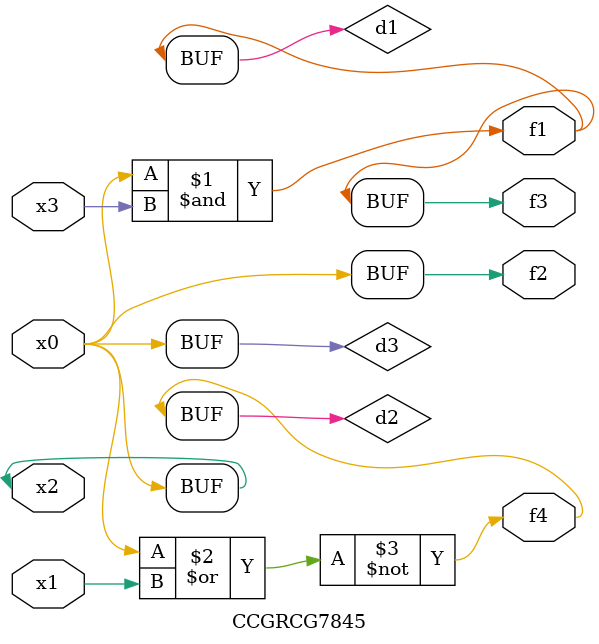
<source format=v>
module CCGRCG7845(
	input x0, x1, x2, x3,
	output f1, f2, f3, f4
);

	wire d1, d2, d3;

	and (d1, x2, x3);
	nor (d2, x0, x1);
	buf (d3, x0, x2);
	assign f1 = d1;
	assign f2 = d3;
	assign f3 = d1;
	assign f4 = d2;
endmodule

</source>
